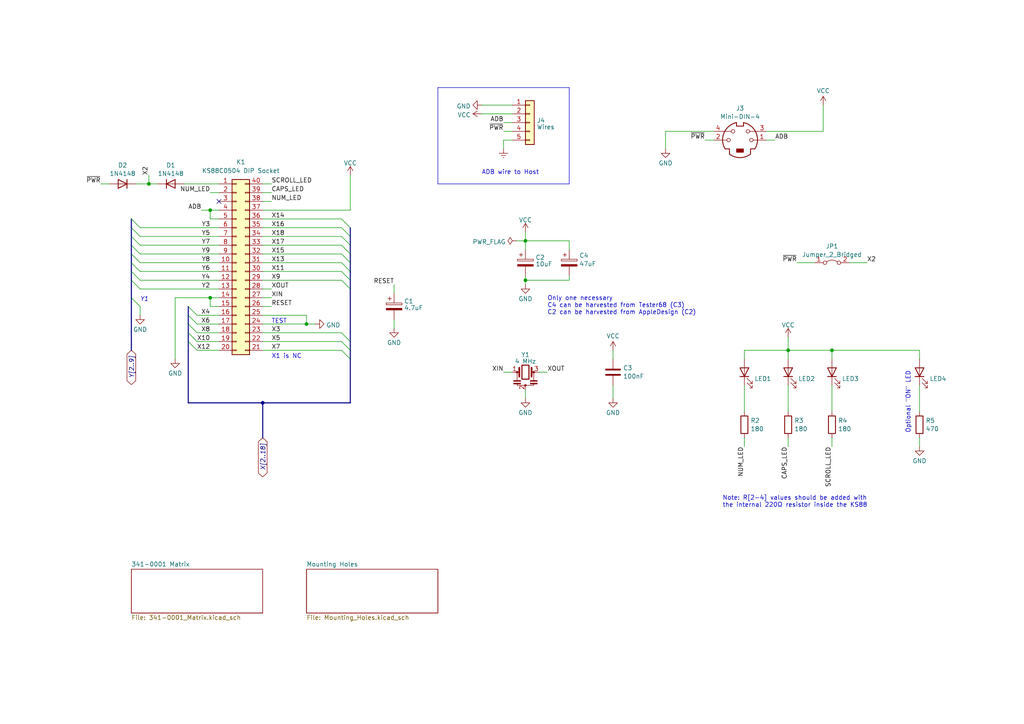
<source format=kicad_sch>
(kicad_sch (version 20230121) (generator eeschema)
  (paper "A4")
  (title_block (title "Design68 341-0001 ISO") (date "2023-09-14") (rev "1.0") (company "lostwave") (comment 1 "https://github.com/demik/oldworld/blob/master/EDA/Design68/README.md"))
  (lib_symbols
    (symbol "Connector:Mini-DIN-4" (pin_names (offset 1.016))
      (property "Reference" "J" (at 0 6.35 0))
      (property "Value" "Mini-DIN-4" (at 0 -6.35 0))
      (symbol "Mini-DIN-4_0_1"
        (circle (center -3.302 0) (radius 0.508))
        (arc (start -3.048 -4.064) (mid 0 -5.08) (end 3.048 -4.064) (stroke (width 0.254)))
        (circle (center -2.032 2.54) (radius 0.508))
        (rectangle (start -1.016 -2.54) (end 1.016 -3.556) (fill (type outline)))
        (arc (start -1.016 5.08) (mid -4.6228 2.1214) (end -4.318 -2.54) (stroke (width 0.254)))
        (polyline (pts (xy -3.81 0) (xy -5.08 0)))
        (polyline (pts (xy -2.54 2.54) (xy -5.08 2.54)))
        (polyline (pts (xy 2.794 2.54) (xy 5.08 2.54)))
        (polyline (pts (xy 5.08 0) (xy 3.81 0)))
        (polyline (pts (xy -4.318 -2.54) (xy -3.048 -2.54) (xy -3.048 -4.064)) (stroke (width 0.254)))
        (polyline (pts (xy 4.318 -2.54) (xy 3.048 -2.54) (xy 3.048 -4.064)) (stroke (width 0.254)))
        (polyline (pts (xy -1.016 5.08) (xy -1.016 4.064) (xy 1.016 4.064) (xy 1.016 5.08)) (stroke (width 0.254)))
        (circle (center 2.286 2.54) (radius 0.508))
        (circle (center 3.302 0) (radius 0.508))
        (arc (start 4.318 -2.54) (mid 4.6661 2.1322) (end 1.016 5.08) (stroke (width 0.254)))
      )
      (symbol "Mini-DIN-4_1_1"
        (pin passive line (at 7.62 0 180) (length 2.54) (name "~") (number "1"))
        (pin passive line (at -7.62 0 0) (length 2.54) (name "~") (number "2"))
        (pin passive line (at 7.62 2.54 180) (length 2.54) (name "~") (number "3"))
        (pin passive line (at -7.62 2.54 0) (length 2.54) (name "~") (number "4"))
      )
    )
    (symbol "Connector_Generic:Conn_01x05" (pin_names (offset 1.016) hide)
      (property "Reference" "J" (at 0 7.62 0))
      (property "Value" "Conn_01x05" (at 0 -7.62 0))
      (symbol "Conn_01x05_1_1"
        (rectangle (start -1.27 -4.953) (end 0 -5.207) (stroke (width 0.1524)))
        (rectangle (start -1.27 -2.413) (end 0 -2.667) (stroke (width 0.1524)))
        (rectangle (start -1.27 0.127) (end 0 -0.127) (stroke (width 0.1524)))
        (rectangle (start -1.27 2.667) (end 0 2.413) (stroke (width 0.1524)))
        (rectangle (start -1.27 5.207) (end 0 4.953) (stroke (width 0.1524)))
        (rectangle (start -1.27 6.35) (end 1.27 -6.35) (stroke (width 0.254)) (fill (type background)))
        (pin passive line (at -5.08 5.08 0) (length 3.81) (name "Pin_1") (number "1"))
        (pin passive line (at -5.08 2.54 0) (length 3.81) (name "Pin_2") (number "2"))
        (pin passive line (at -5.08 0 0) (length 3.81) (name "Pin_3") (number "3"))
        (pin passive line (at -5.08 -2.54 0) (length 3.81) (name "Pin_4") (number "4"))
        (pin passive line (at -5.08 -5.08 0) (length 3.81) (name "Pin_5") (number "5"))
      )
    )
    (symbol "Connector_Generic:Conn_02x20_Counter_Clockwise" (pin_names (offset 1.016) hide)
      (property "Reference" "J" (at 1.27 25.4 0))
      (property "Value" "Conn_02x20_Counter_Clockwise" (at 1.27 -27.94 0))
      (symbol "Conn_02x20_Counter_Clockwise_1_1"
        (rectangle (start -1.27 -25.273) (end 0 -25.527) (stroke (width 0.1524)))
        (rectangle (start -1.27 -22.733) (end 0 -22.987) (stroke (width 0.1524)))
        (rectangle (start -1.27 -20.193) (end 0 -20.447) (stroke (width 0.1524)))
        (rectangle (start -1.27 -17.653) (end 0 -17.907) (stroke (width 0.1524)))
        (rectangle (start -1.27 -15.113) (end 0 -15.367) (stroke (width 0.1524)))
        (rectangle (start -1.27 -12.573) (end 0 -12.827) (stroke (width 0.1524)))
        (rectangle (start -1.27 -10.033) (end 0 -10.287) (stroke (width 0.1524)))
        (rectangle (start -1.27 -7.493) (end 0 -7.747) (stroke (width 0.1524)))
        (rectangle (start -1.27 -4.953) (end 0 -5.207) (stroke (width 0.1524)))
        (rectangle (start -1.27 -2.413) (end 0 -2.667) (stroke (width 0.1524)))
        (rectangle (start -1.27 0.127) (end 0 -0.127) (stroke (width 0.1524)))
        (rectangle (start -1.27 2.667) (end 0 2.413) (stroke (width 0.1524)))
        (rectangle (start -1.27 5.207) (end 0 4.953) (stroke (width 0.1524)))
        (rectangle (start -1.27 7.747) (end 0 7.493) (stroke (width 0.1524)))
        (rectangle (start -1.27 10.287) (end 0 10.033) (stroke (width 0.1524)))
        (rectangle (start -1.27 12.827) (end 0 12.573) (stroke (width 0.1524)))
        (rectangle (start -1.27 15.367) (end 0 15.113) (stroke (width 0.1524)))
        (rectangle (start -1.27 17.907) (end 0 17.653) (stroke (width 0.1524)))
        (rectangle (start -1.27 20.447) (end 0 20.193) (stroke (width 0.1524)))
        (rectangle (start -1.27 22.987) (end 0 22.733) (stroke (width 0.1524)))
        (rectangle (start -1.27 24.13) (end 3.81 -26.67) (stroke (width 0.254)) (fill (type background)))
        (rectangle (start 3.81 -25.273) (end 2.54 -25.527) (stroke (width 0.1524)))
        (rectangle (start 3.81 -22.733) (end 2.54 -22.987) (stroke (width 0.1524)))
        (rectangle (start 3.81 -20.193) (end 2.54 -20.447) (stroke (width 0.1524)))
        (rectangle (start 3.81 -17.653) (end 2.54 -17.907) (stroke (width 0.1524)))
        (rectangle (start 3.81 -15.113) (end 2.54 -15.367) (stroke (width 0.1524)))
        (rectangle (start 3.81 -12.573) (end 2.54 -12.827) (stroke (width 0.1524)))
        (rectangle (start 3.81 -10.033) (end 2.54 -10.287) (stroke (width 0.1524)))
        (rectangle (start 3.81 -7.493) (end 2.54 -7.747) (stroke (width 0.1524)))
        (rectangle (start 3.81 -4.953) (end 2.54 -5.207) (stroke (width 0.1524)))
        (rectangle (start 3.81 -2.413) (end 2.54 -2.667) (stroke (width 0.1524)))
        (rectangle (start 3.81 0.127) (end 2.54 -0.127) (stroke (width 0.1524)))
        (rectangle (start 3.81 2.667) (end 2.54 2.413) (stroke (width 0.1524)))
        (rectangle (start 3.81 5.207) (end 2.54 4.953) (stroke (width 0.1524)))
        (rectangle (start 3.81 7.747) (end 2.54 7.493) (stroke (width 0.1524)))
        (rectangle (start 3.81 10.287) (end 2.54 10.033) (stroke (width 0.1524)))
        (rectangle (start 3.81 12.827) (end 2.54 12.573) (stroke (width 0.1524)))
        (rectangle (start 3.81 15.367) (end 2.54 15.113) (stroke (width 0.1524)))
        (rectangle (start 3.81 17.907) (end 2.54 17.653) (stroke (width 0.1524)))
        (rectangle (start 3.81 20.447) (end 2.54 20.193) (stroke (width 0.1524)))
        (rectangle (start 3.81 22.987) (end 2.54 22.733) (stroke (width 0.1524)))
        (pin passive line (at -5.08 22.86 0) (length 3.81) (name "Pin_1") (number "1"))
        (pin passive line (at -5.08 0 0) (length 3.81) (name "Pin_10") (number "10"))
        (pin passive line (at -5.08 -2.54 0) (length 3.81) (name "Pin_11") (number "11"))
        (pin passive line (at -5.08 -5.08 0) (length 3.81) (name "Pin_12") (number "12"))
        (pin passive line (at -5.08 -7.62 0) (length 3.81) (name "Pin_13") (number "13"))
        (pin passive line (at -5.08 -10.16 0) (length 3.81) (name "Pin_14") (number "14"))
        (pin passive line (at -5.08 -12.7 0) (length 3.81) (name "Pin_15") (number "15"))
        (pin passive line (at -5.08 -15.24 0) (length 3.81) (name "Pin_16") (number "16"))
        (pin passive line (at -5.08 -17.78 0) (length 3.81) (name "Pin_17") (number "17"))
        (pin passive line (at -5.08 -20.32 0) (length 3.81) (name "Pin_18") (number "18"))
        (pin passive line (at -5.08 -22.86 0) (length 3.81) (name "Pin_19") (number "19"))
        (pin passive line (at -5.08 20.32 0) (length 3.81) (name "Pin_2") (number "2"))
        (pin passive line (at -5.08 -25.4 0) (length 3.81) (name "Pin_20") (number "20"))
        (pin passive line (at 7.62 -25.4 180) (length 3.81) (name "Pin_21") (number "21"))
        (pin passive line (at 7.62 -22.86 180) (length 3.81) (name "Pin_22") (number "22"))
        (pin passive line (at 7.62 -20.32 180) (length 3.81) (name "Pin_23") (number "23"))
        (pin passive line (at 7.62 -17.78 180) (length 3.81) (name "Pin_24") (number "24"))
        (pin passive line (at 7.62 -15.24 180) (length 3.81) (name "Pin_25") (number "25"))
        (pin passive line (at 7.62 -12.7 180) (length 3.81) (name "Pin_26") (number "26"))
        (pin passive line (at 7.62 -10.16 180) (length 3.81) (name "Pin_27") (number "27"))
        (pin passive line (at 7.62 -7.62 180) (length 3.81) (name "Pin_28") (number "28"))
        (pin passive line (at 7.62 -5.08 180) (length 3.81) (name "Pin_29") (number "29"))
        (pin passive line (at -5.08 17.78 0) (length 3.81) (name "Pin_3") (number "3"))
        (pin passive line (at 7.62 -2.54 180) (length 3.81) (name "Pin_30") (number "30"))
        (pin passive line (at 7.62 0 180) (length 3.81) (name "Pin_31") (number "31"))
        (pin passive line (at 7.62 2.54 180) (length 3.81) (name "Pin_32") (number "32"))
        (pin passive line (at 7.62 5.08 180) (length 3.81) (name "Pin_33") (number "33"))
        (pin passive line (at 7.62 7.62 180) (length 3.81) (name "Pin_34") (number "34"))
        (pin passive line (at 7.62 10.16 180) (length 3.81) (name "Pin_35") (number "35"))
        (pin passive line (at 7.62 12.7 180) (length 3.81) (name "Pin_36") (number "36"))
        (pin passive line (at 7.62 15.24 180) (length 3.81) (name "Pin_37") (number "37"))
        (pin passive line (at 7.62 17.78 180) (length 3.81) (name "Pin_38") (number "38"))
        (pin passive line (at 7.62 20.32 180) (length 3.81) (name "Pin_39") (number "39"))
        (pin passive line (at -5.08 15.24 0) (length 3.81) (name "Pin_4") (number "4"))
        (pin passive line (at 7.62 22.86 180) (length 3.81) (name "Pin_40") (number "40"))
        (pin passive line (at -5.08 12.7 0) (length 3.81) (name "Pin_5") (number "5"))
        (pin passive line (at -5.08 10.16 0) (length 3.81) (name "Pin_6") (number "6"))
        (pin passive line (at -5.08 7.62 0) (length 3.81) (name "Pin_7") (number "7"))
        (pin passive line (at -5.08 5.08 0) (length 3.81) (name "Pin_8") (number "8"))
        (pin passive line (at -5.08 2.54 0) (length 3.81) (name "Pin_9") (number "9"))
      )
    )
    (symbol "Device:C" (pin_numbers hide) (pin_names (offset 0.254))
      (property "Reference" "C" (at 0.635 2.54 0))
      (property "Value" "C" (at 0.635 -2.54 0))
      (symbol "C_0_1"
        (polyline (pts (xy -2.032 -0.762) (xy 2.032 -0.762)) (stroke (width 0.508)))
        (polyline (pts (xy -2.032 0.762) (xy 2.032 0.762)) (stroke (width 0.508)))
      )
      (symbol "C_1_1"
        (pin passive line (at 0 3.81 270) (length 2.794) (name "~") (number "1"))
        (pin passive line (at 0 -3.81 90) (length 2.794) (name "~") (number "2"))
      )
    )
    (symbol "Device:C_Polarized" (pin_numbers hide) (pin_names (offset 0.254))
      (property "Reference" "C" (at 0.635 2.54 0))
      (property "Value" "C_Polarized" (at 0.635 -2.54 0))
      (symbol "C_Polarized_0_1"
        (rectangle (start -2.286 0.508) (end 2.286 1.016))
        (polyline (pts (xy -1.778 2.286) (xy -0.762 2.286)))
        (polyline (pts (xy -1.27 2.794) (xy -1.27 1.778)))
        (rectangle (start 2.286 -0.508) (end -2.286 -1.016) (fill (type outline)))
      )
      (symbol "C_Polarized_1_1"
        (pin passive line (at 0 3.81 270) (length 2.794) (name "~") (number "1"))
        (pin passive line (at 0 -3.81 90) (length 2.794) (name "~") (number "2"))
      )
    )
    (symbol "Device:D" (pin_numbers hide) (pin_names (offset 1.016) hide)
      (property "Reference" "D" (at 0 2.54 0))
      (property "Value" "D" (at 0 -2.54 0))
      (symbol "D_0_1"
        (polyline (pts (xy -1.27 1.27) (xy -1.27 -1.27)) (stroke (width 0.254)))
        (polyline (pts (xy 1.27 0) (xy -1.27 0)))
        (polyline (pts (xy 1.27 1.27) (xy 1.27 -1.27) (xy -1.27 0) (xy 1.27 1.27)) (stroke (width 0.254)))
      )
      (symbol "D_1_1"
        (pin passive line (at -3.81 0 0) (length 2.54) (name "K") (number "1"))
        (pin passive line (at 3.81 0 180) (length 2.54) (name "A") (number "2"))
      )
    )
    (symbol "Device:LED" (pin_numbers hide) (pin_names (offset 1.016) hide)
      (property "Reference" "D" (at 0 2.54 0))
      (property "Value" "LED" (at 0 -2.54 0))
      (symbol "LED_0_1"
        (polyline (pts (xy -1.27 -1.27) (xy -1.27 1.27)) (stroke (width 0.254)))
        (polyline (pts (xy -1.27 0) (xy 1.27 0)))
        (polyline (pts (xy 1.27 -1.27) (xy 1.27 1.27) (xy -1.27 0) (xy 1.27 -1.27)) (stroke (width 0.254)))
        (polyline (pts (xy -3.048 -0.762) (xy -4.572 -2.286) (xy -3.81 -2.286) (xy -4.572 -2.286) (xy -4.572 -1.524)))
        (polyline (pts (xy -1.778 -0.762) (xy -3.302 -2.286) (xy -2.54 -2.286) (xy -3.302 -2.286) (xy -3.302 -1.524)))
      )
      (symbol "LED_1_1"
        (pin passive line (at -3.81 0 0) (length 2.54) (name "K") (number "1"))
        (pin passive line (at 3.81 0 180) (length 2.54) (name "A") (number "2"))
      )
    )
    (symbol "Device:R" (pin_numbers hide) (pin_names (offset 0))
      (property "Reference" "R" (at 2.032 0 90))
      (property "Value" "R" (at 0 0 90))
      (symbol "R_0_1"
        (rectangle (start -1.016 -2.54) (end 1.016 2.54) (stroke (width 0.254)))
      )
      (symbol "R_1_1"
        (pin passive line (at 0 3.81 270) (length 1.27) (name "~") (number "1"))
        (pin passive line (at 0 -3.81 90) (length 1.27) (name "~") (number "2"))
      )
    )
    (symbol "Device:Resonator" (pin_names (offset 1.016) hide)
      (property "Reference" "Y" (at 0 5.715 0))
      (property "Value" "Resonator" (at 0 3.81 0))
      (symbol "Resonator_0_1"
        (rectangle (start -3.429 -3.175) (end -1.397 -3.429) (fill (type outline)))
        (rectangle (start -3.429 -2.413) (end -1.397 -2.667) (fill (type outline)))
        (circle (center -2.413 0) (radius 0.254) (fill (type outline)))
        (rectangle (start -1.016 2.032) (end 1.016 -2.032) (stroke (width 0.3048)))
        (circle (center 0 -3.81) (radius 0.254) (fill (type outline)))
        (polyline (pts (xy -2.413 -2.413) (xy -2.413 0)))
        (polyline (pts (xy -1.905 0) (xy -3.175 0)))
        (polyline (pts (xy -1.778 -1.27) (xy -1.778 1.27)) (stroke (width 0.508)))
        (polyline (pts (xy 1.778 -1.27) (xy 1.778 1.27)) (stroke (width 0.508)))
        (polyline (pts (xy 1.905 0) (xy 2.54 0)))
        (polyline (pts (xy 2.413 0) (xy 2.413 -2.54)))
        (polyline (pts (xy 2.413 -3.302) (xy 2.413 -3.81) (xy -2.413 -3.81) (xy -2.413 -3.302)))
        (rectangle (start 1.397 -3.175) (end 3.429 -3.429) (fill (type outline)))
        (rectangle (start 1.397 -2.413) (end 3.429 -2.667) (fill (type outline)))
        (circle (center 2.413 0) (radius 0.254) (fill (type outline)))
      )
      (symbol "Resonator_1_1"
        (pin passive line (at -3.81 0 0) (length 1.27) (name "1") (number "1"))
        (pin passive line (at 0 -5.08 90) (length 1.27) (name "2") (number "2"))
        (pin passive line (at 3.81 0 180) (length 1.27) (name "3") (number "3"))
      )
    )
    (symbol "Jumper:Jumper_2_Bridged" (pin_names (offset 0) hide)
      (property "Reference" "JP" (at 0 1.905 0))
      (property "Value" "Jumper_2_Bridged" (at 0 -2.54 0))
      (symbol "Jumper_2_Bridged_0_0"
        (circle (center -2.032 0) (radius 0.508))
        (circle (center 2.032 0) (radius 0.508))
      )
      (symbol "Jumper_2_Bridged_0_1"
        (arc (start 1.524 0.254) (mid 0 0.762) (end -1.524 0.254))
      )
      (symbol "Jumper_2_Bridged_1_1"
        (pin passive line (at -5.08 0 0) (length 2.54) (name "A") (number "1"))
        (pin passive line (at 5.08 0 180) (length 2.54) (name "B") (number "2"))
      )
    )
    (symbol "power:Earth" (power) (pin_names (offset 0))
      (symbol "Earth_0_1"
        (polyline (pts (xy -0.635 -1.905) (xy 0.635 -1.905)))
        (polyline (pts (xy -0.127 -2.54) (xy 0.127 -2.54)))
        (polyline (pts (xy 0 -1.27) (xy 0 0)))
        (polyline (pts (xy 1.27 -1.27) (xy -1.27 -1.27)))
      )
      (symbol "Earth_1_1"
        (pin power_in line (at 0 0 270) (length 0) hide (name "Earth") (number "1"))
      )
    )
    (symbol "power:GND" (power) (pin_names (offset 0))
      (property "Value" "GND" (at 0 -3.81 0))
      (symbol "GND_0_1"
        (polyline (pts (xy 0 0) (xy 0 -1.27) (xy 1.27 -1.27) (xy 0 -2.54) (xy -1.27 -1.27) (xy 0 -1.27)))
      )
      (symbol "GND_1_1"
        (pin power_in line (at 0 0 270) (length 0) hide (name "GND") (number "1"))
      )
    )
    (symbol "power:PWR_FLAG" (power) (pin_numbers hide) (pin_names (offset 0) hide)
      (property "Value" "PWR_FLAG" (at 0 3.81 0))
      (symbol "PWR_FLAG_0_0"
        (pin power_out line (at 0 0 90) (length 0) (name "pwr") (number "1"))
      )
      (symbol "PWR_FLAG_0_1"
        (polyline (pts (xy 0 0) (xy 0 1.27) (xy -1.016 1.905) (xy 0 2.54) (xy 1.016 1.905) (xy 0 1.27)))
      )
    )
    (symbol "power:VCC" (power) (pin_names (offset 0))
      (property "Value" "VCC" (at 0 3.81 0))
      (symbol "VCC_0_1"
        (polyline (pts (xy -0.762 1.27) (xy 0 2.54)))
        (polyline (pts (xy 0 0) (xy 0 2.54)))
        (polyline (pts (xy 0 2.54) (xy 0.762 1.27)))
      )
      (symbol "VCC_1_1"
        (pin power_in line (at 0 0 90) (length 0) hide (name "VCC") (number "1"))
      )
    )
  )
  (junction (at 60.96 60.96))
  (junction (at 60.96 86.36))
  (junction (at 43.18 53.34))
  (junction (at 241.3 101.6))
  (junction (at 228.6 101.6))
  (junction (at 152.4 81.28))
  (junction (at 88.9 93.98))
  (junction (at 76.2 116.84))
  (junction (at 152.4 69.85))
  (no_connect (at 63.5 58.42))
  (bus_entry (at 54.61 91.44) (size 2.54 2.54))
  (bus_entry (at 38.1 71.12) (size 2.54 2.54))
  (bus_entry (at 99.06 66.04) (size 2.54 2.54))
  (bus_entry (at 38.1 76.2) (size 2.54 2.54))
  (bus_entry (at 99.06 81.28) (size 2.54 2.54))
  (bus_entry (at 99.06 99.06) (size 2.54 2.54))
  (bus_entry (at 38.1 68.58) (size 2.54 2.54))
  (bus_entry (at 54.61 99.06) (size 2.54 2.54))
  (bus_entry (at 38.1 63.5) (size 2.54 2.54))
  (bus_entry (at 99.06 73.66) (size 2.54 2.54))
  (bus_entry (at 38.1 73.66) (size 2.54 2.54))
  (bus_entry (at 99.06 63.5) (size 2.54 2.54))
  (bus_entry (at 38.1 86.36) (size 2.54 2.54))
  (bus_entry (at 99.06 76.2) (size 2.54 2.54))
  (bus_entry (at 99.06 96.52) (size 2.54 2.54))
  (bus_entry (at 99.06 78.74) (size 2.54 2.54))
  (bus_entry (at 54.61 88.9) (size 2.54 2.54))
  (bus_entry (at 99.06 101.6) (size 2.54 2.54))
  (bus_entry (at 54.61 96.52) (size 2.54 2.54))
  (bus_entry (at 38.1 78.74) (size 2.54 2.54))
  (bus_entry (at 99.06 71.12) (size 2.54 2.54))
  (bus_entry (at 38.1 66.04) (size 2.54 2.54))
  (bus_entry (at 38.1 81.28) (size 2.54 2.54))
  (bus_entry (at 54.61 93.98) (size 2.54 2.54))
  (bus_entry (at 99.06 68.58) (size 2.54 2.54))
  (wire (pts (xy 76.2 76.2) (xy 99.06 76.2)))
  (bus (pts (xy 54.61 96.52) (xy 54.61 99.06)))
  (wire (pts (xy 76.2 63.5) (xy 99.06 63.5)))
  (wire (pts (xy 76.2 55.88) (xy 78.74 55.88)))
  (wire (pts (xy 241.3 101.6) (xy 266.7 101.6)))
  (wire (pts (xy 114.3 82.55) (xy 114.3 85.09)))
  (wire (pts (xy 76.2 93.98) (xy 88.9 93.98)))
  (bus (pts (xy 101.6 71.12) (xy 101.6 73.66)))
  (wire (pts (xy 156.21 107.95) (xy 158.75 107.95)))
  (wire (pts (xy 57.15 91.44) (xy 63.5 91.44)))
  (wire (pts (xy 152.4 113.03) (xy 152.4 115.57)))
  (polyline (pts (xy 127 25.4) (xy 127 53.34)))
  (wire (pts (xy 101.6 60.96) (xy 76.2 60.96)))
  (bus (pts (xy 101.6 73.66) (xy 101.6 76.2)))
  (wire (pts (xy 40.64 73.66) (xy 63.5 73.66)))
  (wire (pts (xy 241.3 111.76) (xy 241.3 119.38)))
  (bus (pts (xy 101.6 104.14) (xy 101.6 116.84)))
  (bus (pts (xy 101.6 101.6) (xy 101.6 104.14)))
  (wire (pts (xy 139.7 33.02) (xy 148.59 33.02)))
  (wire (pts (xy 76.2 88.9) (xy 78.74 88.9)))
  (bus (pts (xy 101.6 66.04) (xy 101.6 68.58)))
  (wire (pts (xy 40.64 68.58) (xy 63.5 68.58)))
  (wire (pts (xy 228.6 101.6) (xy 228.6 104.14)))
  (wire (pts (xy 40.64 78.74) (xy 63.5 78.74)))
  (wire (pts (xy 222.25 38.1) (xy 238.76 38.1)))
  (wire (pts (xy 43.18 50.8) (xy 43.18 53.34)))
  (wire (pts (xy 39.37 53.34) (xy 43.18 53.34)))
  (wire (pts (xy 152.4 67.31) (xy 152.4 69.85)))
  (wire (pts (xy 76.2 101.6) (xy 99.06 101.6)))
  (bus (pts (xy 38.1 81.28) (xy 38.1 86.36)))
  (wire (pts (xy 204.47 40.64) (xy 207.01 40.64)))
  (wire (pts (xy 241.3 101.6) (xy 241.3 104.14)))
  (wire (pts (xy 228.6 127) (xy 228.6 129.54)))
  (wire (pts (xy 228.6 101.6) (xy 241.3 101.6)))
  (wire (pts (xy 222.25 40.64) (xy 224.79 40.64)))
  (wire (pts (xy 266.7 127) (xy 266.7 129.54)))
  (bus (pts (xy 101.6 68.58) (xy 101.6 71.12)))
  (wire (pts (xy 76.2 99.06) (xy 99.06 99.06)))
  (wire (pts (xy 40.64 71.12) (xy 63.5 71.12)))
  (wire (pts (xy 266.7 101.6) (xy 266.7 104.14)))
  (wire (pts (xy 60.96 60.96) (xy 63.5 60.96)))
  (wire (pts (xy 60.96 88.9) (xy 63.5 88.9)))
  (wire (pts (xy 57.15 96.52) (xy 63.5 96.52)))
  (bus (pts (xy 38.1 76.2) (xy 38.1 78.74)))
  (wire (pts (xy 60.96 63.5) (xy 60.96 60.96)))
  (wire (pts (xy 76.2 66.04) (xy 99.06 66.04)))
  (wire (pts (xy 152.4 81.28) (xy 165.1 81.28)))
  (wire (pts (xy 101.6 50.8) (xy 101.6 60.96)))
  (wire (pts (xy 228.6 111.76) (xy 228.6 119.38)))
  (wire (pts (xy 40.64 88.9) (xy 40.64 91.44)))
  (bus (pts (xy 101.6 78.74) (xy 101.6 81.28)))
  (wire (pts (xy 63.5 86.36) (xy 60.96 86.36)))
  (wire (pts (xy 50.8 86.36) (xy 50.8 104.14)))
  (wire (pts (xy 165.1 72.39) (xy 165.1 69.85)))
  (wire (pts (xy 60.96 55.88) (xy 63.5 55.88)))
  (bus (pts (xy 101.6 81.28) (xy 101.6 83.82)))
  (wire (pts (xy 76.2 96.52) (xy 99.06 96.52)))
  (wire (pts (xy 88.9 91.44) (xy 88.9 93.98)))
  (wire (pts (xy 228.6 97.79) (xy 228.6 101.6)))
  (bus (pts (xy 38.1 73.66) (xy 38.1 76.2)))
  (wire (pts (xy 76.2 81.28) (xy 99.06 81.28)))
  (bus (pts (xy 38.1 78.74) (xy 38.1 81.28)))
  (wire (pts (xy 231.14 76.2) (xy 236.22 76.2)))
  (wire (pts (xy 146.05 40.64) (xy 148.59 40.64)))
  (wire (pts (xy 91.44 93.98) (xy 88.9 93.98)))
  (wire (pts (xy 215.9 101.6) (xy 228.6 101.6)))
  (wire (pts (xy 146.05 43.18) (xy 146.05 40.64)))
  (bus (pts (xy 54.61 99.06) (xy 54.61 116.84)))
  (bus (pts (xy 38.1 66.04) (xy 38.1 68.58)))
  (wire (pts (xy 57.15 93.98) (xy 63.5 93.98)))
  (wire (pts (xy 146.05 35.56) (xy 148.59 35.56)))
  (wire (pts (xy 152.4 81.28) (xy 152.4 82.55)))
  (wire (pts (xy 139.7 30.48) (xy 148.59 30.48)))
  (wire (pts (xy 58.42 60.96) (xy 60.96 60.96)))
  (bus (pts (xy 101.6 116.84) (xy 76.2 116.84)))
  (wire (pts (xy 193.04 38.1) (xy 193.04 43.18)))
  (bus (pts (xy 101.6 76.2) (xy 101.6 78.74)))
  (bus (pts (xy 76.2 116.84) (xy 54.61 116.84)))
  (wire (pts (xy 177.8 101.6) (xy 177.8 104.14)))
  (wire (pts (xy 177.8 111.76) (xy 177.8 115.57)))
  (wire (pts (xy 60.96 86.36) (xy 50.8 86.36)))
  (wire (pts (xy 40.64 66.04) (xy 63.5 66.04)))
  (wire (pts (xy 57.15 101.6) (xy 63.5 101.6)))
  (bus (pts (xy 54.61 91.44) (xy 54.61 93.98)))
  (wire (pts (xy 43.18 53.34) (xy 45.72 53.34)))
  (polyline (pts (xy 165.1 53.34) (xy 165.1 25.4)))
  (wire (pts (xy 60.96 86.36) (xy 60.96 88.9)))
  (wire (pts (xy 266.7 111.76) (xy 266.7 119.38)))
  (wire (pts (xy 215.9 111.76) (xy 215.9 119.38)))
  (bus (pts (xy 54.61 93.98) (xy 54.61 96.52)))
  (wire (pts (xy 149.86 69.85) (xy 152.4 69.85)))
  (wire (pts (xy 76.2 86.36) (xy 78.74 86.36)))
  (wire (pts (xy 76.2 78.74) (xy 99.06 78.74)))
  (wire (pts (xy 238.76 38.1) (xy 238.76 30.48)))
  (bus (pts (xy 101.6 83.82) (xy 101.6 99.06)))
  (bus (pts (xy 38.1 71.12) (xy 38.1 73.66)))
  (wire (pts (xy 76.2 71.12) (xy 99.06 71.12)))
  (wire (pts (xy 63.5 63.5) (xy 60.96 63.5)))
  (wire (pts (xy 146.05 107.95) (xy 148.59 107.95)))
  (bus (pts (xy 38.1 68.58) (xy 38.1 71.12)))
  (wire (pts (xy 76.2 83.82) (xy 78.74 83.82)))
  (bus (pts (xy 38.1 63.5) (xy 38.1 66.04)))
  (wire (pts (xy 76.2 91.44) (xy 88.9 91.44)))
  (wire (pts (xy 76.2 53.34) (xy 78.74 53.34)))
  (wire (pts (xy 152.4 69.85) (xy 152.4 72.39)))
  (wire (pts (xy 241.3 127) (xy 241.3 129.54)))
  (wire (pts (xy 152.4 80.01) (xy 152.4 81.28)))
  (wire (pts (xy 114.3 92.71) (xy 114.3 95.25)))
  (wire (pts (xy 207.01 38.1) (xy 193.04 38.1)))
  (wire (pts (xy 76.2 58.42) (xy 78.74 58.42)))
  (polyline (pts (xy 127 25.4) (xy 165.1 25.4)))
  (polyline (pts (xy 127 53.34) (xy 165.1 53.34)))
  (wire (pts (xy 215.9 104.14) (xy 215.9 101.6)))
  (wire (pts (xy 146.05 38.1) (xy 148.59 38.1)))
  (wire (pts (xy 40.64 81.28) (xy 63.5 81.28)))
  (wire (pts (xy 53.34 53.34) (xy 63.5 53.34)))
  (wire (pts (xy 246.38 76.2) (xy 251.46 76.2)))
  (wire (pts (xy 215.9 127) (xy 215.9 129.54)))
  (wire (pts (xy 40.64 76.2) (xy 63.5 76.2)))
  (wire (pts (xy 40.64 83.82) (xy 63.5 83.82)))
  (wire (pts (xy 57.15 99.06) (xy 63.5 99.06)))
  (wire (pts (xy 76.2 68.58) (xy 99.06 68.58)))
  (bus (pts (xy 54.61 88.9) (xy 54.61 91.44)))
  (wire (pts (xy 165.1 69.85) (xy 152.4 69.85)))
  (bus (pts (xy 38.1 86.36) (xy 38.1 101.6)))
  (wire (pts (xy 165.1 81.28) (xy 165.1 80.01)))
  (bus (pts (xy 101.6 99.06) (xy 101.6 101.6)))
  (bus (pts (xy 76.2 116.84) (xy 76.2 127)))
  (wire (pts (xy 29.21 53.34) (xy 31.75 53.34)))
  (wire (pts (xy 76.2 73.66) (xy 99.06 73.66)))
  (text "TEST" (at 78.74 93.98 0) (effects (font (size 1.27 1.27)) (justify left bottom)))
  (text "Optional \"ON\" LED" (at 264.16 125.73 90) (effects (font (size 1.27 1.27)) (justify left bottom)))
  (text "ADB wire to Host\n" (at 139.7 50.8 0) (effects (font (size 1.27 1.27)) (justify left bottom)))
  (text "X1 is NC" (at 78.74 104.14 0) (effects (font (size 1.27 1.27)) (justify left bottom)))
  (text "Only one necessary\nC4 can be harvested from Tester68 (C3)\nC2 can be harvested from AppleDesign (C2)" (at 158.75 91.44 0) (effects (font (size 1.27 1.27)) (justify left bottom)))
  (text "Note: R[2-4] values should be added with \nthe internal 220Ω resistor inside the KS88" (at 209.55 147.32 0) (effects (font (size 1.27 1.27)) (justify left bottom)))
  (text "Y1" (at 40.64 87.63 0) (effects (font (size 1.27 1.27) italic) (justify left bottom)))
  (label "ADB" (at 58.42 60.96 180))
  (label "NUM_LED" (at 215.9 129.54 270))
  (label "Y4" (at 60.96 81.28 180))
  (label "X11" (at 78.74 78.74 0))
  (label "X18" (at 78.74 68.58 0))
  (label "X5" (at 78.74 99.06 0))
  (label "XIN" (at 146.05 107.95 180))
  (label "Y6" (at 60.96 78.74 180))
  (label "X7" (at 78.74 101.6 0))
  (label "X3" (at 78.74 96.52 0))
  (label "X4" (at 60.96 91.44 180))
  (label "XOUT" (at 158.75 107.95 0))
  (label "SCROLL_LED" (at 78.74 53.34 0))
  (label "CAPS_LED" (at 228.6 129.54 270))
  (label "~{PWR}" (at 204.47 40.64 180))
  (label "Y5" (at 60.96 68.58 180))
  (label "X9" (at 78.74 81.28 0))
  (label "XIN" (at 78.74 86.36 0))
  (label "X10" (at 60.96 99.06 180))
  (label "ADB" (at 146.05 35.56 180))
  (label "X8" (at 60.96 96.52 180))
  (label "Y7" (at 60.96 71.12 180))
  (label "X6" (at 60.96 93.98 180))
  (label "Y9" (at 60.96 73.66 180))
  (label "X13" (at 78.74 76.2 0))
  (label "RESET" (at 78.74 88.9 0))
  (label "RESET" (at 114.3 82.55 180))
  (label "Y2" (at 60.96 83.82 180))
  (label "NUM_LED" (at 60.96 55.88 180))
  (label "ADB" (at 224.79 40.64 0))
  (label "CAPS_LED" (at 78.74 55.88 0))
  (label "Y3" (at 60.96 66.04 180))
  (label "X2" (at 251.46 76.2 0))
  (label "XOUT" (at 78.74 83.82 0))
  (label "X2" (at 43.18 50.8 90))
  (label "X12" (at 60.96 101.6 180))
  (label "X14" (at 78.74 63.5 0))
  (label "~{PWR}" (at 231.14 76.2 180))
  (label "X17" (at 78.74 71.12 0))
  (label "SCROLL_LED" (at 241.3 129.54 270))
  (label "NUM_LED" (at 78.74 58.42 0))
  (label "X16" (at 78.74 66.04 0))
  (label "Y8" (at 60.96 76.2 180))
  (label "X15" (at 78.74 73.66 0))
  (label "~{PWR}" (at 146.05 38.1 180))
  (label "~{PWR}" (at 29.21 53.34 180))
  (global_label "X[2..18]" (shape bidirectional) (at 76.2 127 270) (effects (font italic)) (property "Intersheetrefs" "${INTERSHEET_REFS}" (effects hide)))
  (global_label "Y[2..9]" (shape bidirectional) (at 38.1 101.6 270) (effects (font italic)) (property "Intersheetrefs" "${INTERSHEET_REFS}" (effects hide)))
  (symbol (lib_id "power:VCC") (at 238.76 30.48 0) (unit 1)
    (property "Reference" "#PWR014" (effects hide))
    (property "Value" "VCC" (at 238.76 26.3469 0))
  )
  (symbol (lib_id "power:VCC") (at 139.7 33.02 90) (unit 1)
    (property "Reference" "#PWR06" (effects hide))
    (property "Value" "VCC" (at 136.525 33.3368 90) (effects (justify left)))
  )
  (symbol (lib_id "Device:R") (at 266.7 123.19 0) (unit 1)
    (property "Reference" "R5" (at 268.478 121.9779 0) (effects (justify left)))
    (property "Value" "470" (at 268.478 124.4021 0) (effects (justify left)))
    (property "Footprint" "Resistor_THT:R_Axial_DIN0207_L6.3mm_D2.5mm_P7.62mm_Horizontal" (effects hide))
  )
  (symbol (lib_id "Device:C_Polarized") (at 152.4 76.2 0) (unit 1)
    (property "Reference" "C2" (at 155.321 74.6673 0) (effects (justify left)))
    (property "Value" "10uF" (at 155.321 76.5883 0) (effects (justify left)))
    (property "Footprint" "Capacitor_THT:CP_Axial_L11.0mm_D5.0mm_P18.00mm_Horizontal" (effects hide))
  )
  (symbol (lib_id "Connector:Mini-DIN-4") (at 214.63 40.64 0) (unit 1)
    (property "Reference" "J3" (at 214.6477 31.4157 0))
    (property "Value" "Mini-DIN-4" (at 214.6477 33.8399 0))
    (property "Footprint" "5749181:57491811" (effects hide))
    (property "Datasheet" "http://service.powerdynamics.com/ec/Catalog17/Section%2011.pdf" (effects hide))
  )
  (symbol (lib_id "Device:D") (at 49.53 53.34 0) (unit 1)
    (property "Reference" "D1" (at 49.53 47.9257 0))
    (property "Value" "1N4148" (at 49.53 50.3499 0))
    (property "Footprint" "Diode_THT:D_DO-35_SOD27_P7.62mm_Horizontal" (effects hide))
    (property "Sim.Device" "D" (effects hide))
    (property "Sim.Pins" "1=K 2=A" (effects hide))
  )
  (symbol (lib_id "power:PWR_FLAG") (at 149.86 69.85 90) (unit 1)
    (property "Reference" "#FLG01" (effects hide))
    (property "Value" "PWR_FLAG" (at 146.6851 70.1668 90) (effects (justify left)))
  )
  (symbol (lib_id "Device:R") (at 215.9 123.19 180) (unit 1)
    (property "Reference" "R2" (at 217.678 121.9779 0) (effects (justify right)))
    (property "Value" "180" (at 217.678 124.4021 0) (effects (justify right)))
    (property "Footprint" "Resistor_THT:R_Axial_DIN0207_L6.3mm_D2.5mm_P7.62mm_Horizontal" (effects hide))
  )
  (symbol (lib_id "Device:Resonator") (at 152.4 107.95 0) (unit 1)
    (property "Reference" "Y1" (at 152.4 102.8827 0))
    (property "Value" "4 MHz" (at 152.4 104.8037 0))
    (property "Footprint" "Crystal:Resonator_Murata_CSTLSxxxG-3Pin_W8.0mm_H3.0mm" (effects hide))
  )
  (symbol (lib_id "power:GND") (at 91.44 93.98 90) (unit 1)
    (property "Reference" "#PWR02" (effects hide))
    (property "Value" "GND" (at 94.615 94.2968 90) (effects (justify right)))
  )
  (symbol (lib_id "Jumper:Jumper_2_Bridged") (at 241.3 76.2 0) (unit 1)
    (property "Reference" "JP1" (at 241.3 71.4207 0))
    (property "Value" "Jumper_2_Bridged" (at 241.3 73.8449 0))
    (property "Footprint" "Jumper:SolderJumper-2_P1.3mm_Bridged_Pad1.0x1.5mm" (effects hide))
  )
  (symbol (lib_id "Device:C_Polarized") (at 114.3 88.9 0) (unit 1)
    (property "Reference" "C1" (at 117.221 87.3673 0) (effects (justify left)))
    (property "Value" "4.7uF" (at 117.221 89.2883 0) (effects (justify left)))
    (property "Footprint" "Capacitor_THT:CP_Axial_L11.0mm_D5.0mm_P18.00mm_Horizontal" (effects hide))
  )
  (symbol (lib_id "power:GND") (at 177.8 115.57 0) (unit 1)
    (property "Reference" "#PWR016" (effects hide))
    (property "Value" "GND" (at 177.8 119.7031 0))
  )
  (symbol (lib_id "power:GND") (at 193.04 43.18 0) (unit 1)
    (property "Reference" "#PWR013" (effects hide))
    (property "Value" "GND" (at 193.04 47.3131 0))
  )
  (symbol (lib_id "power:GND") (at 152.4 115.57 0) (unit 1)
    (property "Reference" "#PWR010" (effects hide))
    (property "Value" "GND" (at 152.4 119.7055 0))
  )
  (symbol (lib_id "power:Earth") (at 146.05 43.18 0) (unit 1)
    (property "Reference" "#PWR07" (effects hide))
    (property "Value" "Earth" (effects hide))
  )
  (symbol (lib_id "Device:C") (at 177.8 107.95 0) (unit 1)
    (property "Reference" "C3" (at 180.721 106.7379 0) (effects (justify left)))
    (property "Value" "100nF" (at 180.721 109.1621 0) (effects (justify left)))
    (property "Footprint" "Capacitor_THT:C_Axial_L3.8mm_D2.6mm_P10.00mm_Horizontal" (effects hide))
  )
  (symbol (lib_id "Device:D") (at 35.56 53.34 180) (unit 1)
    (property "Reference" "D2" (at 35.56 47.9257 0))
    (property "Value" "1N4148" (at 35.56 50.3499 0))
    (property "Footprint" "Diode_THT:D_DO-35_SOD27_P7.62mm_Horizontal" (effects hide))
    (property "Sim.Device" "D" (effects hide))
    (property "Sim.Pins" "1=K 2=A" (effects hide))
  )
  (symbol (lib_id "power:GND") (at 50.8 104.14 0) (unit 1)
    (property "Reference" "#PWR01" (effects hide))
    (property "Value" "GND" (at 50.8 108.2755 0))
  )
  (symbol (lib_id "power:GND") (at 114.3 95.25 0) (unit 1)
    (property "Reference" "#PWR04" (effects hide))
    (property "Value" "GND" (at 114.3 99.3855 0))
  )
  (symbol (lib_id "Connector_Generic:Conn_02x20_Counter_Clockwise") (at 68.58 76.2 0) (unit 1)
    (property "Reference" "K1" (at 69.85 46.99 0))
    (property "Value" "KS88C0504 DIP Socket" (at 69.85 49.53 0))
    (property "Footprint" "Package_DIP:DIP-40_W15.24mm_Socket" (effects hide))
  )
  (symbol (lib_id "Device:R") (at 228.6 123.19 0) (unit 1)
    (property "Reference" "R3" (at 230.378 121.9779 0) (effects (justify left)))
    (property "Value" "180" (at 230.378 124.4021 0) (effects (justify left)))
    (property "Footprint" "Resistor_THT:R_Axial_DIN0207_L6.3mm_D2.5mm_P7.62mm_Horizontal" (effects hide))
  )
  (symbol (lib_id "power:GND") (at 139.7 30.48 270) (unit 1)
    (property "Reference" "#PWR05" (effects hide))
    (property "Value" "GND" (at 136.5251 30.7968 90) (effects (justify right)))
  )
  (symbol (lib_id "power:GND") (at 40.64 91.44 0) (unit 1)
    (property "Reference" "#PWR08" (effects hide))
    (property "Value" "GND" (at 40.64 95.5755 0))
  )
  (symbol (lib_id "Connector_Generic:Conn_01x05") (at 153.67 35.56 0) (unit 1)
    (property "Reference" "J4" (at 155.702 34.9163 0) (effects (justify left)))
    (property "Value" "Wires" (at 155.702 36.8373 0) (effects (justify left)))
    (property "Footprint" "Connector_PinHeader_2.00mm:PinHeader_1x05_P2.00mm_Horizontal" (effects hide))
  )
  (symbol (lib_id "Device:LED") (at 215.9 107.95 90) (unit 1)
    (property "Reference" "LED1" (at 218.821 109.8543 90) (effects (justify right)))
    (property "Value" "LED" (effects hide))
    (property "Footprint" "LED_THT:LED_D3.0mm" (effects hide))
  )
  (symbol (lib_id "power:GND") (at 266.7 129.54 0) (unit 1)
    (property "Reference" "#PWR018" (effects hide))
    (property "Value" "GND" (at 266.7 133.6731 0))
  )
  (symbol (lib_id "Device:LED") (at 228.6 107.95 90) (unit 1)
    (property "Reference" "LED2" (at 231.521 109.8543 90) (effects (justify right)))
    (property "Value" "LED" (effects hide))
    (property "Footprint" "LED_THT:LED_D3.0mm" (effects hide))
  )
  (symbol (lib_id "power:VCC") (at 228.6 97.79 0) (unit 1)
    (property "Reference" "#PWR09" (effects hide))
    (property "Value" "VCC" (at 228.6 94.2881 0))
  )
  (symbol (lib_id "power:VCC") (at 177.8 101.6 0) (unit 1)
    (property "Reference" "#PWR017" (effects hide))
    (property "Value" "VCC" (at 177.8 97.4669 0))
  )
  (symbol (lib_id "Device:LED") (at 266.7 107.95 90) (unit 1)
    (property "Reference" "LED4" (at 269.621 109.8543 90) (effects (justify right)))
    (property "Value" "LED" (effects hide))
    (property "Footprint" "LED_THT:LED_D3.0mm" (effects hide))
  )
  (symbol (lib_id "power:VCC") (at 101.6 50.8 0) (unit 1)
    (property "Reference" "#PWR03" (effects hide))
    (property "Value" "VCC" (at 101.6 47.2981 0))
  )
  (symbol (lib_id "Device:LED") (at 241.3 107.95 90) (unit 1)
    (property "Reference" "LED3" (at 244.221 109.8543 90) (effects (justify right)))
    (property "Value" "LED" (effects hide))
    (property "Footprint" "LED_THT:LED_D3.0mm" (effects hide))
  )
  (symbol (lib_id "power:GND") (at 152.4 82.55 0) (unit 1)
    (property "Reference" "#PWR011" (effects hide))
    (property "Value" "GND" (at 152.4 86.6855 0))
  )
  (symbol (lib_id "Device:C_Polarized") (at 165.1 76.2 0) (unit 1)
    (property "Reference" "C4" (at 168.021 74.0989 0) (effects (justify left)))
    (property "Value" "47uF" (at 168.021 76.5231 0) (effects (justify left)))
    (property "Footprint" "Capacitor_SMD:C_0402_1005Metric_Pad0.74x0.62mm_HandSolder" (effects hide))
  )
  (symbol (lib_id "Device:R") (at 241.3 123.19 0) (unit 1)
    (property "Reference" "R4" (at 243.078 121.9779 0) (effects (justify left)))
    (property "Value" "180" (at 243.078 124.4021 0) (effects (justify left)))
    (property "Footprint" "Resistor_THT:R_Axial_DIN0207_L6.3mm_D2.5mm_P7.62mm_Horizontal" (effects hide))
  )
  (symbol (lib_id "power:VCC") (at 152.4 67.31 0) (unit 1)
    (property "Reference" "#PWR012" (effects hide))
    (property "Value" "VCC" (at 152.4 63.8081 0))
  )
  (sheet (at 88.9 165.1) (size 38.1 12.7) (stroke (width 0.1524))
    (property "Sheetname" "Mounting Holes" (at 88.9 164.3884 0) (effects (justify left bottom)))
    (property "Sheetfile" "Mounting_Holes.kicad_sch" (at 88.9 178.3846 0) (effects (justify left top)))
  )
  (sheet (at 38.1 165.1) (size 38.1 12.7) (stroke (width 0.1524))
    (property "Sheetname" "341-0001 Matrix" (at 38.1 164.3884 0) (effects (justify left bottom)))
    (property "Sheetfile" "341-0001_Matrix.kicad_sch" (at 38.1 178.3846 0) (effects (justify left top)))
  )
)
</source>
